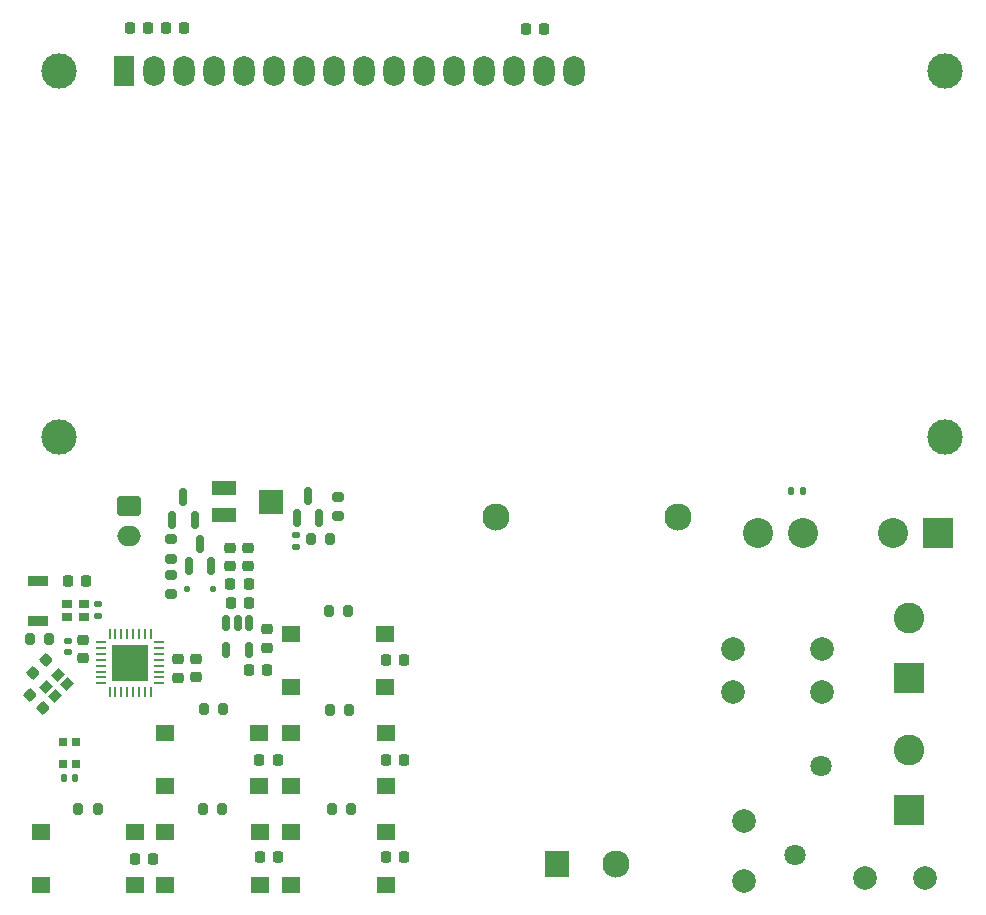
<source format=gbr>
%TF.GenerationSoftware,KiCad,Pcbnew,(7.0.0)*%
%TF.CreationDate,2023-08-02T11:08:07+03:00*%
%TF.ProjectId,Digital_Timer_Switch,44696769-7461-46c5-9f54-696d65725f53,rev?*%
%TF.SameCoordinates,Original*%
%TF.FileFunction,Soldermask,Top*%
%TF.FilePolarity,Negative*%
%FSLAX46Y46*%
G04 Gerber Fmt 4.6, Leading zero omitted, Abs format (unit mm)*
G04 Created by KiCad (PCBNEW (7.0.0)) date 2023-08-02 11:08:07*
%MOMM*%
%LPD*%
G01*
G04 APERTURE LIST*
G04 Aperture macros list*
%AMRoundRect*
0 Rectangle with rounded corners*
0 $1 Rounding radius*
0 $2 $3 $4 $5 $6 $7 $8 $9 X,Y pos of 4 corners*
0 Add a 4 corners polygon primitive as box body*
4,1,4,$2,$3,$4,$5,$6,$7,$8,$9,$2,$3,0*
0 Add four circle primitives for the rounded corners*
1,1,$1+$1,$2,$3*
1,1,$1+$1,$4,$5*
1,1,$1+$1,$6,$7*
1,1,$1+$1,$8,$9*
0 Add four rect primitives between the rounded corners*
20,1,$1+$1,$2,$3,$4,$5,0*
20,1,$1+$1,$4,$5,$6,$7,0*
20,1,$1+$1,$6,$7,$8,$9,0*
20,1,$1+$1,$8,$9,$2,$3,0*%
%AMRotRect*
0 Rectangle, with rotation*
0 The origin of the aperture is its center*
0 $1 length*
0 $2 width*
0 $3 Rotation angle, in degrees counterclockwise*
0 Add horizontal line*
21,1,$1,$2,0,0,$3*%
G04 Aperture macros list end*
%ADD10R,1.600000X1.400000*%
%ADD11RoundRect,0.125000X0.125000X0.125000X-0.125000X0.125000X-0.125000X-0.125000X0.125000X-0.125000X0*%
%ADD12R,2.000000X1.300000*%
%ADD13R,2.000000X2.000000*%
%ADD14RoundRect,0.135000X0.135000X0.185000X-0.135000X0.185000X-0.135000X-0.185000X0.135000X-0.185000X0*%
%ADD15RoundRect,0.225000X-0.017678X0.335876X-0.335876X0.017678X0.017678X-0.335876X0.335876X-0.017678X0*%
%ADD16RoundRect,0.225000X-0.225000X-0.250000X0.225000X-0.250000X0.225000X0.250000X-0.225000X0.250000X0*%
%ADD17R,2.540000X2.540000*%
%ADD18C,2.540000*%
%ADD19RoundRect,0.200000X-0.200000X-0.275000X0.200000X-0.275000X0.200000X0.275000X-0.200000X0.275000X0*%
%ADD20RoundRect,0.140000X-0.140000X-0.170000X0.140000X-0.170000X0.140000X0.170000X-0.140000X0.170000X0*%
%ADD21RoundRect,0.218750X-0.218750X-0.256250X0.218750X-0.256250X0.218750X0.256250X-0.218750X0.256250X0*%
%ADD22RoundRect,0.225000X0.250000X-0.225000X0.250000X0.225000X-0.250000X0.225000X-0.250000X-0.225000X0*%
%ADD23RoundRect,0.135000X0.185000X-0.135000X0.185000X0.135000X-0.185000X0.135000X-0.185000X-0.135000X0*%
%ADD24RoundRect,0.140000X0.170000X-0.140000X0.170000X0.140000X-0.170000X0.140000X-0.170000X-0.140000X0*%
%ADD25RoundRect,0.150000X0.150000X-0.587500X0.150000X0.587500X-0.150000X0.587500X-0.150000X-0.587500X0*%
%ADD26R,0.900000X0.800000*%
%ADD27R,0.700000X0.700000*%
%ADD28R,2.600000X2.600000*%
%ADD29C,2.600000*%
%ADD30C,2.000000*%
%ADD31RoundRect,0.200000X0.200000X0.275000X-0.200000X0.275000X-0.200000X-0.275000X0.200000X-0.275000X0*%
%ADD32RoundRect,0.062500X-0.375000X-0.062500X0.375000X-0.062500X0.375000X0.062500X-0.375000X0.062500X0*%
%ADD33RoundRect,0.062500X-0.062500X-0.375000X0.062500X-0.375000X0.062500X0.375000X-0.062500X0.375000X0*%
%ADD34R,3.100000X3.100000*%
%ADD35RoundRect,0.250000X-0.750000X0.600000X-0.750000X-0.600000X0.750000X-0.600000X0.750000X0.600000X0*%
%ADD36O,2.000000X1.700000*%
%ADD37RoundRect,0.150000X-0.150000X0.512500X-0.150000X-0.512500X0.150000X-0.512500X0.150000X0.512500X0*%
%ADD38RoundRect,0.200000X0.275000X-0.200000X0.275000X0.200000X-0.275000X0.200000X-0.275000X-0.200000X0*%
%ADD39C,3.000000*%
%ADD40R,1.800000X2.600000*%
%ADD41O,1.800000X2.600000*%
%ADD42C,1.800000*%
%ADD43RoundRect,0.225000X0.225000X0.250000X-0.225000X0.250000X-0.225000X-0.250000X0.225000X-0.250000X0*%
%ADD44RoundRect,0.225000X0.335876X0.017678X0.017678X0.335876X-0.335876X-0.017678X-0.017678X-0.335876X0*%
%ADD45R,1.700000X0.900000*%
%ADD46RotRect,0.900000X0.800000X45.000000*%
%ADD47RoundRect,0.200000X-0.275000X0.200000X-0.275000X-0.200000X0.275000X-0.200000X0.275000X0.200000X0*%
%ADD48R,2.000000X2.300000*%
%ADD49C,2.300000*%
G04 APERTURE END LIST*
D10*
%TO.C,SW307*%
X123837199Y-130483999D03*
X115837199Y-130483999D03*
X123837199Y-125983999D03*
X115837199Y-125983999D03*
%TD*%
D11*
%TO.C,D201*%
X119937800Y-113819700D03*
X117737800Y-113819700D03*
%TD*%
D12*
%TO.C,RV401*%
X120885199Y-105275999D03*
D13*
X124885199Y-106425999D03*
D12*
X120885199Y-107575999D03*
%TD*%
D14*
%TO.C,R202*%
X169879200Y-105537000D03*
X168859200Y-105537000D03*
%TD*%
D15*
%TO.C,C315*%
X105802442Y-119847992D03*
X104706426Y-120944008D03*
%TD*%
D10*
%TO.C,SW302*%
X123900199Y-138865999D03*
X115900199Y-138865999D03*
X123900199Y-134365999D03*
X115900199Y-134365999D03*
%TD*%
D16*
%TO.C,C203*%
X122999200Y-120650000D03*
X124549200Y-120650000D03*
%TD*%
D17*
%TO.C,U202*%
X181305199Y-109092999D03*
D18*
X177495200Y-109093000D03*
X169875200Y-109093000D03*
X166065200Y-109093000D03*
%TD*%
D10*
%TO.C,SW301*%
X113359199Y-138865999D03*
X105359199Y-138865999D03*
X113359199Y-134365999D03*
X105359199Y-134365999D03*
%TD*%
D19*
%TO.C,R302*%
X119075200Y-132425000D03*
X120725200Y-132425000D03*
%TD*%
D20*
%TO.C,C313*%
X107317400Y-129771400D03*
X108277400Y-129771400D03*
%TD*%
D16*
%TO.C,C306*%
X123888200Y-136525000D03*
X125438200Y-136525000D03*
%TD*%
D19*
%TO.C,R307*%
X119139200Y-124007000D03*
X120789200Y-124007000D03*
%TD*%
D21*
%TO.C,FB201*%
X121386500Y-113360200D03*
X122961500Y-113360200D03*
%TD*%
D22*
%TO.C,C301*%
X116967000Y-121306800D03*
X116967000Y-119756800D03*
%TD*%
D23*
%TO.C,R402*%
X127000000Y-110263400D03*
X127000000Y-109243400D03*
%TD*%
D19*
%TO.C,R306*%
X129743200Y-115661000D03*
X131393200Y-115661000D03*
%TD*%
D16*
%TO.C,C307*%
X134556200Y-136525000D03*
X136106200Y-136525000D03*
%TD*%
D24*
%TO.C,C302*%
X107696000Y-119134800D03*
X107696000Y-118174800D03*
%TD*%
D19*
%TO.C,R301*%
X108534200Y-132425000D03*
X110184200Y-132425000D03*
%TD*%
D25*
%TO.C,Q101*%
X116474200Y-107935500D03*
X118374200Y-107935500D03*
X117424200Y-106060500D03*
%TD*%
D22*
%TO.C,C204*%
X124536200Y-118771000D03*
X124536200Y-117221000D03*
%TD*%
%TO.C,C201*%
X121361200Y-111849200D03*
X121361200Y-110299200D03*
%TD*%
D26*
%TO.C,U302*%
X109005599Y-115064599D03*
X107605599Y-115064599D03*
X107605599Y-116164599D03*
X109005599Y-116164599D03*
%TD*%
D27*
%TO.C,D301*%
X107256399Y-128601399D03*
X108356399Y-128601399D03*
X108356399Y-126771399D03*
X107256399Y-126771399D03*
%TD*%
D28*
%TO.C,J101*%
X178892199Y-132527999D03*
D29*
X178892200Y-127448000D03*
%TD*%
D16*
%TO.C,C311*%
X123850400Y-128270000D03*
X125400400Y-128270000D03*
%TD*%
D30*
%TO.C,C207*%
X163966200Y-118872000D03*
X171466200Y-118872000D03*
%TD*%
%TO.C,C206*%
X163966200Y-122555000D03*
X171466200Y-122555000D03*
%TD*%
D16*
%TO.C,C310*%
X134581600Y-119862600D03*
X136131600Y-119862600D03*
%TD*%
D31*
%TO.C,R304*%
X106082600Y-118033800D03*
X104432600Y-118033800D03*
%TD*%
D32*
%TO.C,U301*%
X110490000Y-118301800D03*
X110490000Y-118801800D03*
X110490000Y-119301800D03*
X110490000Y-119801800D03*
X110490000Y-120301800D03*
X110490000Y-120801800D03*
X110490000Y-121301800D03*
X110490000Y-121801800D03*
D33*
X111177500Y-122489300D03*
X111677500Y-122489300D03*
X112177500Y-122489300D03*
X112677500Y-122489300D03*
X113177500Y-122489300D03*
X113677500Y-122489300D03*
X114177500Y-122489300D03*
X114677500Y-122489300D03*
D32*
X115365000Y-121801800D03*
X115365000Y-121301800D03*
X115365000Y-120801800D03*
X115365000Y-120301800D03*
X115365000Y-119801800D03*
X115365000Y-119301800D03*
X115365000Y-118801800D03*
X115365000Y-118301800D03*
D33*
X114677500Y-117614300D03*
X114177500Y-117614300D03*
X113677500Y-117614300D03*
X113177500Y-117614300D03*
X112677500Y-117614300D03*
X112177500Y-117614300D03*
X111677500Y-117614300D03*
X111177500Y-117614300D03*
D34*
X112927499Y-120051799D03*
%TD*%
D25*
%TO.C,Q201*%
X117906800Y-111836200D03*
X119806800Y-111836200D03*
X118856800Y-109961200D03*
%TD*%
D35*
%TO.C,J102*%
X112819200Y-106803500D03*
D36*
X112819199Y-109303499D03*
%TD*%
D37*
%TO.C,U201*%
X122971600Y-116662200D03*
X122021600Y-116662200D03*
X121071600Y-116662200D03*
X121071600Y-118937200D03*
X122971600Y-118937200D03*
%TD*%
D38*
%TO.C,R201*%
X116382800Y-114236000D03*
X116382800Y-112586000D03*
%TD*%
D39*
%TO.C,DS401*%
X106883200Y-69977000D03*
X106883200Y-100977700D03*
X181881780Y-100977700D03*
X181882300Y-69977000D03*
D40*
X112382299Y-69976999D03*
D41*
X114922299Y-69976999D03*
X117462299Y-69976999D03*
X120002299Y-69976999D03*
X122542299Y-69976999D03*
X125082299Y-69976999D03*
X127622299Y-69976999D03*
X130162299Y-69976999D03*
X132702299Y-69976999D03*
X135242299Y-69976999D03*
X137782299Y-69976999D03*
X140322299Y-69976999D03*
X142862299Y-69976999D03*
X145402299Y-69976999D03*
X147942299Y-69976999D03*
X150482299Y-69976999D03*
%TD*%
D16*
%TO.C,C305*%
X113347200Y-136652000D03*
X114897200Y-136652000D03*
%TD*%
D38*
%TO.C,R401*%
X130505200Y-107632000D03*
X130505200Y-105982000D03*
%TD*%
D24*
%TO.C,C312*%
X110236000Y-116075400D03*
X110236000Y-115115400D03*
%TD*%
D42*
%TO.C,MOV201*%
X169229700Y-136311000D03*
X171429700Y-128811000D03*
%TD*%
D43*
%TO.C,C401*%
X147951300Y-66411500D03*
X146401300Y-66411500D03*
%TD*%
D19*
%TO.C,R403*%
X128220200Y-109601000D03*
X129870200Y-109601000D03*
%TD*%
D43*
%TO.C,C403*%
X114423300Y-66284500D03*
X112873300Y-66284500D03*
%TD*%
D16*
%TO.C,C309*%
X134556200Y-128270000D03*
X136106200Y-128270000D03*
%TD*%
D43*
%TO.C,C205*%
X122985400Y-114952900D03*
X121435400Y-114952900D03*
%TD*%
D30*
%TO.C,TH201*%
X164922200Y-138557000D03*
X164932200Y-133477000D03*
%TD*%
D22*
%TO.C,C202*%
X122936000Y-111849200D03*
X122936000Y-110299200D03*
%TD*%
D44*
%TO.C,C314*%
X105548442Y-123865008D03*
X104452426Y-122768992D03*
%TD*%
D10*
%TO.C,SW303*%
X134568199Y-138865999D03*
X126568199Y-138865999D03*
X134568199Y-134365999D03*
X126568199Y-134365999D03*
%TD*%
%TO.C,SW306*%
X134517399Y-122137999D03*
X126517399Y-122137999D03*
X134517399Y-117637999D03*
X126517399Y-117637999D03*
%TD*%
D45*
%TO.C,SW304*%
X105155999Y-113156999D03*
X105155999Y-116556999D03*
%TD*%
D25*
%TO.C,Q401*%
X127015200Y-107793000D03*
X128915200Y-107793000D03*
X127965200Y-105918000D03*
%TD*%
D46*
%TO.C,Y301*%
X106594867Y-122846482D03*
X107584816Y-121856533D03*
X106806999Y-121078716D03*
X105817050Y-122068665D03*
%TD*%
D22*
%TO.C,C303*%
X108966000Y-119681200D03*
X108966000Y-118131200D03*
%TD*%
D19*
%TO.C,R305*%
X129807200Y-124043000D03*
X131457200Y-124043000D03*
%TD*%
D16*
%TO.C,C402*%
X115921300Y-66284500D03*
X117471300Y-66284500D03*
%TD*%
D10*
%TO.C,SW305*%
X134568199Y-130483999D03*
X126568199Y-130483999D03*
X134568199Y-125983999D03*
X126568199Y-125983999D03*
%TD*%
D47*
%TO.C,R101*%
X116408200Y-109602000D03*
X116408200Y-111252000D03*
%TD*%
D48*
%TO.C,PS201*%
X149087199Y-137117499D03*
D49*
X154087200Y-137117500D03*
X143887200Y-107717500D03*
X159287200Y-107717500D03*
%TD*%
D28*
%TO.C,J103*%
X178892199Y-121356999D03*
D29*
X178892200Y-116277000D03*
%TD*%
D16*
%TO.C,C308*%
X107632200Y-113157000D03*
X109182200Y-113157000D03*
%TD*%
D22*
%TO.C,C304*%
X118491000Y-121293800D03*
X118491000Y-119743800D03*
%TD*%
D30*
%TO.C,F201*%
X175158200Y-138243000D03*
X180238200Y-138253000D03*
%TD*%
D19*
%TO.C,R303*%
X129997200Y-132425000D03*
X131647200Y-132425000D03*
%TD*%
M02*

</source>
